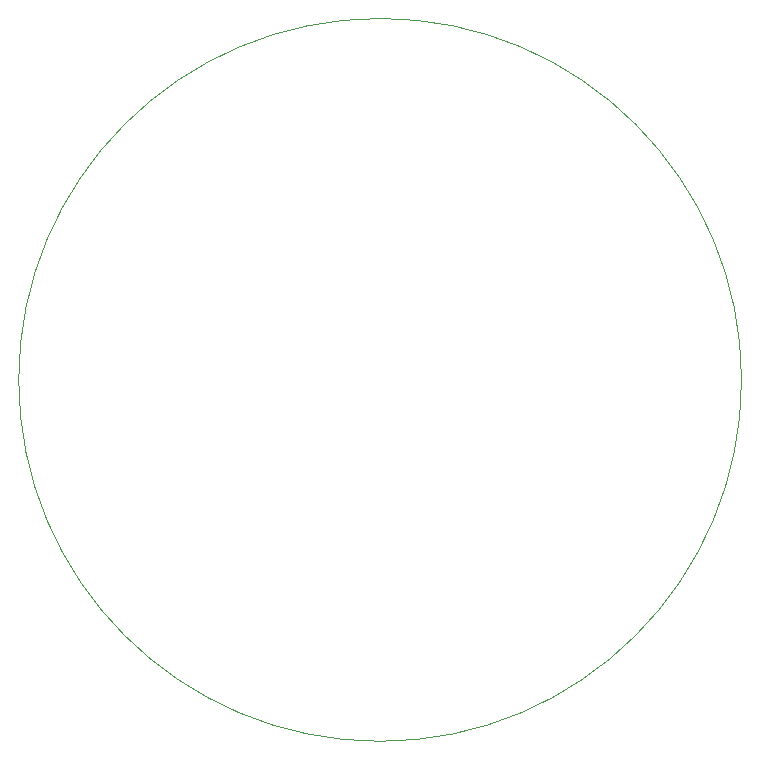
<source format=gbr>
%TF.GenerationSoftware,KiCad,Pcbnew,7.0.1*%
%TF.CreationDate,2023-03-29T12:41:57-05:00*%
%TF.ProjectId,_autosave-Circuitry-Circuit-Card,5f617574-6f73-4617-9665-2d4369726375,rev?*%
%TF.SameCoordinates,Original*%
%TF.FileFunction,Profile,NP*%
%FSLAX46Y46*%
G04 Gerber Fmt 4.6, Leading zero omitted, Abs format (unit mm)*
G04 Created by KiCad (PCBNEW 7.0.1) date 2023-03-29 12:41:57*
%MOMM*%
%LPD*%
G01*
G04 APERTURE LIST*
%TA.AperFunction,Profile*%
%ADD10C,0.100000*%
%TD*%
G04 APERTURE END LIST*
D10*
X132200000Y-76200000D02*
G75*
G03*
X132200000Y-76200000I-30600000J0D01*
G01*
M02*

</source>
